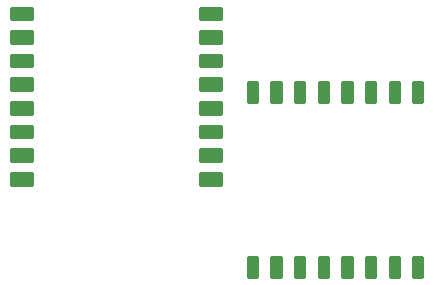
<source format=gbr>
G04 EAGLE Gerber RS-274X export*
G75*
%MOMM*%
%FSLAX34Y34*%
%LPD*%
%INSolderpaste Bottom*%
%IPPOS*%
%AMOC8*
5,1,8,0,0,1.08239X$1,22.5*%
G01*
%ADD10C,0.300000*%
%ADD11C,0.262500*%


D10*
X28500Y230500D02*
X11500Y230500D01*
X11500Y239500D01*
X28500Y239500D01*
X28500Y230500D01*
X28500Y233350D02*
X11500Y233350D01*
X11500Y236200D02*
X28500Y236200D01*
X28500Y239050D02*
X11500Y239050D01*
X11500Y210500D02*
X28500Y210500D01*
X11500Y210500D02*
X11500Y219500D01*
X28500Y219500D01*
X28500Y210500D01*
X28500Y213350D02*
X11500Y213350D01*
X11500Y216200D02*
X28500Y216200D01*
X28500Y219050D02*
X11500Y219050D01*
X11500Y190500D02*
X28500Y190500D01*
X11500Y190500D02*
X11500Y199500D01*
X28500Y199500D01*
X28500Y190500D01*
X28500Y193350D02*
X11500Y193350D01*
X11500Y196200D02*
X28500Y196200D01*
X28500Y199050D02*
X11500Y199050D01*
X11500Y170500D02*
X28500Y170500D01*
X11500Y170500D02*
X11500Y179500D01*
X28500Y179500D01*
X28500Y170500D01*
X28500Y173350D02*
X11500Y173350D01*
X11500Y176200D02*
X28500Y176200D01*
X28500Y179050D02*
X11500Y179050D01*
X11500Y150500D02*
X28500Y150500D01*
X11500Y150500D02*
X11500Y159500D01*
X28500Y159500D01*
X28500Y150500D01*
X28500Y153350D02*
X11500Y153350D01*
X11500Y156200D02*
X28500Y156200D01*
X28500Y159050D02*
X11500Y159050D01*
X11500Y130500D02*
X28500Y130500D01*
X11500Y130500D02*
X11500Y139500D01*
X28500Y139500D01*
X28500Y130500D01*
X28500Y133350D02*
X11500Y133350D01*
X11500Y136200D02*
X28500Y136200D01*
X28500Y139050D02*
X11500Y139050D01*
X11500Y110500D02*
X28500Y110500D01*
X11500Y110500D02*
X11500Y119500D01*
X28500Y119500D01*
X28500Y110500D01*
X28500Y113350D02*
X11500Y113350D01*
X11500Y116200D02*
X28500Y116200D01*
X28500Y119050D02*
X11500Y119050D01*
X11500Y90500D02*
X28500Y90500D01*
X11500Y90500D02*
X11500Y99500D01*
X28500Y99500D01*
X28500Y90500D01*
X28500Y93350D02*
X11500Y93350D01*
X11500Y96200D02*
X28500Y96200D01*
X28500Y99050D02*
X11500Y99050D01*
X171500Y230500D02*
X188500Y230500D01*
X171500Y230500D02*
X171500Y239500D01*
X188500Y239500D01*
X188500Y230500D01*
X188500Y233350D02*
X171500Y233350D01*
X171500Y236200D02*
X188500Y236200D01*
X188500Y239050D02*
X171500Y239050D01*
X171500Y210500D02*
X188500Y210500D01*
X171500Y210500D02*
X171500Y219500D01*
X188500Y219500D01*
X188500Y210500D01*
X188500Y213350D02*
X171500Y213350D01*
X171500Y216200D02*
X188500Y216200D01*
X188500Y219050D02*
X171500Y219050D01*
X171500Y190500D02*
X188500Y190500D01*
X171500Y190500D02*
X171500Y199500D01*
X188500Y199500D01*
X188500Y190500D01*
X188500Y193350D02*
X171500Y193350D01*
X171500Y196200D02*
X188500Y196200D01*
X188500Y199050D02*
X171500Y199050D01*
X171500Y170500D02*
X188500Y170500D01*
X171500Y170500D02*
X171500Y179500D01*
X188500Y179500D01*
X188500Y170500D01*
X188500Y173350D02*
X171500Y173350D01*
X171500Y176200D02*
X188500Y176200D01*
X188500Y179050D02*
X171500Y179050D01*
X171500Y150500D02*
X188500Y150500D01*
X171500Y150500D02*
X171500Y159500D01*
X188500Y159500D01*
X188500Y150500D01*
X188500Y153350D02*
X171500Y153350D01*
X171500Y156200D02*
X188500Y156200D01*
X188500Y159050D02*
X171500Y159050D01*
X171500Y130500D02*
X188500Y130500D01*
X171500Y130500D02*
X171500Y139500D01*
X188500Y139500D01*
X188500Y130500D01*
X188500Y133350D02*
X171500Y133350D01*
X171500Y136200D02*
X188500Y136200D01*
X188500Y139050D02*
X171500Y139050D01*
X171500Y110500D02*
X188500Y110500D01*
X171500Y110500D02*
X171500Y119500D01*
X188500Y119500D01*
X188500Y110500D01*
X188500Y113350D02*
X171500Y113350D01*
X171500Y116200D02*
X188500Y116200D01*
X188500Y119050D02*
X171500Y119050D01*
X171500Y90500D02*
X188500Y90500D01*
X171500Y90500D02*
X171500Y99500D01*
X188500Y99500D01*
X188500Y90500D01*
X188500Y93350D02*
X171500Y93350D01*
X171500Y96200D02*
X188500Y96200D01*
X188500Y99050D02*
X171500Y99050D01*
D11*
X211062Y160562D02*
X211062Y177438D01*
X218938Y177438D01*
X218938Y160562D01*
X211062Y160562D01*
X211062Y163056D02*
X218938Y163056D01*
X218938Y165550D02*
X211062Y165550D01*
X211062Y168044D02*
X218938Y168044D01*
X218938Y170538D02*
X211062Y170538D01*
X211062Y173032D02*
X218938Y173032D01*
X218938Y175526D02*
X211062Y175526D01*
X231062Y177438D02*
X231062Y160562D01*
X231062Y177438D02*
X238938Y177438D01*
X238938Y160562D01*
X231062Y160562D01*
X231062Y163056D02*
X238938Y163056D01*
X238938Y165550D02*
X231062Y165550D01*
X231062Y168044D02*
X238938Y168044D01*
X238938Y170538D02*
X231062Y170538D01*
X231062Y173032D02*
X238938Y173032D01*
X238938Y175526D02*
X231062Y175526D01*
X251062Y177438D02*
X251062Y160562D01*
X251062Y177438D02*
X258938Y177438D01*
X258938Y160562D01*
X251062Y160562D01*
X251062Y163056D02*
X258938Y163056D01*
X258938Y165550D02*
X251062Y165550D01*
X251062Y168044D02*
X258938Y168044D01*
X258938Y170538D02*
X251062Y170538D01*
X251062Y173032D02*
X258938Y173032D01*
X258938Y175526D02*
X251062Y175526D01*
X271062Y177438D02*
X271062Y160562D01*
X271062Y177438D02*
X278938Y177438D01*
X278938Y160562D01*
X271062Y160562D01*
X271062Y163056D02*
X278938Y163056D01*
X278938Y165550D02*
X271062Y165550D01*
X271062Y168044D02*
X278938Y168044D01*
X278938Y170538D02*
X271062Y170538D01*
X271062Y173032D02*
X278938Y173032D01*
X278938Y175526D02*
X271062Y175526D01*
X291062Y177438D02*
X291062Y160562D01*
X291062Y177438D02*
X298938Y177438D01*
X298938Y160562D01*
X291062Y160562D01*
X291062Y163056D02*
X298938Y163056D01*
X298938Y165550D02*
X291062Y165550D01*
X291062Y168044D02*
X298938Y168044D01*
X298938Y170538D02*
X291062Y170538D01*
X291062Y173032D02*
X298938Y173032D01*
X298938Y175526D02*
X291062Y175526D01*
X311062Y177438D02*
X311062Y160562D01*
X311062Y177438D02*
X318938Y177438D01*
X318938Y160562D01*
X311062Y160562D01*
X311062Y163056D02*
X318938Y163056D01*
X318938Y165550D02*
X311062Y165550D01*
X311062Y168044D02*
X318938Y168044D01*
X318938Y170538D02*
X311062Y170538D01*
X311062Y173032D02*
X318938Y173032D01*
X318938Y175526D02*
X311062Y175526D01*
X331062Y177438D02*
X331062Y160562D01*
X331062Y177438D02*
X338938Y177438D01*
X338938Y160562D01*
X331062Y160562D01*
X331062Y163056D02*
X338938Y163056D01*
X338938Y165550D02*
X331062Y165550D01*
X331062Y168044D02*
X338938Y168044D01*
X338938Y170538D02*
X331062Y170538D01*
X331062Y173032D02*
X338938Y173032D01*
X338938Y175526D02*
X331062Y175526D01*
X351062Y177438D02*
X351062Y160562D01*
X351062Y177438D02*
X358938Y177438D01*
X358938Y160562D01*
X351062Y160562D01*
X351062Y163056D02*
X358938Y163056D01*
X358938Y165550D02*
X351062Y165550D01*
X351062Y168044D02*
X358938Y168044D01*
X358938Y170538D02*
X351062Y170538D01*
X351062Y173032D02*
X358938Y173032D01*
X358938Y175526D02*
X351062Y175526D01*
X358938Y29438D02*
X358938Y12562D01*
X351062Y12562D01*
X351062Y29438D01*
X358938Y29438D01*
X358938Y15056D02*
X351062Y15056D01*
X351062Y17550D02*
X358938Y17550D01*
X358938Y20044D02*
X351062Y20044D01*
X351062Y22538D02*
X358938Y22538D01*
X358938Y25032D02*
X351062Y25032D01*
X351062Y27526D02*
X358938Y27526D01*
X338938Y29438D02*
X338938Y12562D01*
X331062Y12562D01*
X331062Y29438D01*
X338938Y29438D01*
X338938Y15056D02*
X331062Y15056D01*
X331062Y17550D02*
X338938Y17550D01*
X338938Y20044D02*
X331062Y20044D01*
X331062Y22538D02*
X338938Y22538D01*
X338938Y25032D02*
X331062Y25032D01*
X331062Y27526D02*
X338938Y27526D01*
X318938Y29438D02*
X318938Y12562D01*
X311062Y12562D01*
X311062Y29438D01*
X318938Y29438D01*
X318938Y15056D02*
X311062Y15056D01*
X311062Y17550D02*
X318938Y17550D01*
X318938Y20044D02*
X311062Y20044D01*
X311062Y22538D02*
X318938Y22538D01*
X318938Y25032D02*
X311062Y25032D01*
X311062Y27526D02*
X318938Y27526D01*
X298938Y29438D02*
X298938Y12562D01*
X291062Y12562D01*
X291062Y29438D01*
X298938Y29438D01*
X298938Y15056D02*
X291062Y15056D01*
X291062Y17550D02*
X298938Y17550D01*
X298938Y20044D02*
X291062Y20044D01*
X291062Y22538D02*
X298938Y22538D01*
X298938Y25032D02*
X291062Y25032D01*
X291062Y27526D02*
X298938Y27526D01*
X278938Y29438D02*
X278938Y12562D01*
X271062Y12562D01*
X271062Y29438D01*
X278938Y29438D01*
X278938Y15056D02*
X271062Y15056D01*
X271062Y17550D02*
X278938Y17550D01*
X278938Y20044D02*
X271062Y20044D01*
X271062Y22538D02*
X278938Y22538D01*
X278938Y25032D02*
X271062Y25032D01*
X271062Y27526D02*
X278938Y27526D01*
X258938Y29438D02*
X258938Y12562D01*
X251062Y12562D01*
X251062Y29438D01*
X258938Y29438D01*
X258938Y15056D02*
X251062Y15056D01*
X251062Y17550D02*
X258938Y17550D01*
X258938Y20044D02*
X251062Y20044D01*
X251062Y22538D02*
X258938Y22538D01*
X258938Y25032D02*
X251062Y25032D01*
X251062Y27526D02*
X258938Y27526D01*
X238938Y29438D02*
X238938Y12562D01*
X231062Y12562D01*
X231062Y29438D01*
X238938Y29438D01*
X238938Y15056D02*
X231062Y15056D01*
X231062Y17550D02*
X238938Y17550D01*
X238938Y20044D02*
X231062Y20044D01*
X231062Y22538D02*
X238938Y22538D01*
X238938Y25032D02*
X231062Y25032D01*
X231062Y27526D02*
X238938Y27526D01*
X218938Y29438D02*
X218938Y12562D01*
X211062Y12562D01*
X211062Y29438D01*
X218938Y29438D01*
X218938Y15056D02*
X211062Y15056D01*
X211062Y17550D02*
X218938Y17550D01*
X218938Y20044D02*
X211062Y20044D01*
X211062Y22538D02*
X218938Y22538D01*
X218938Y25032D02*
X211062Y25032D01*
X211062Y27526D02*
X218938Y27526D01*
M02*

</source>
